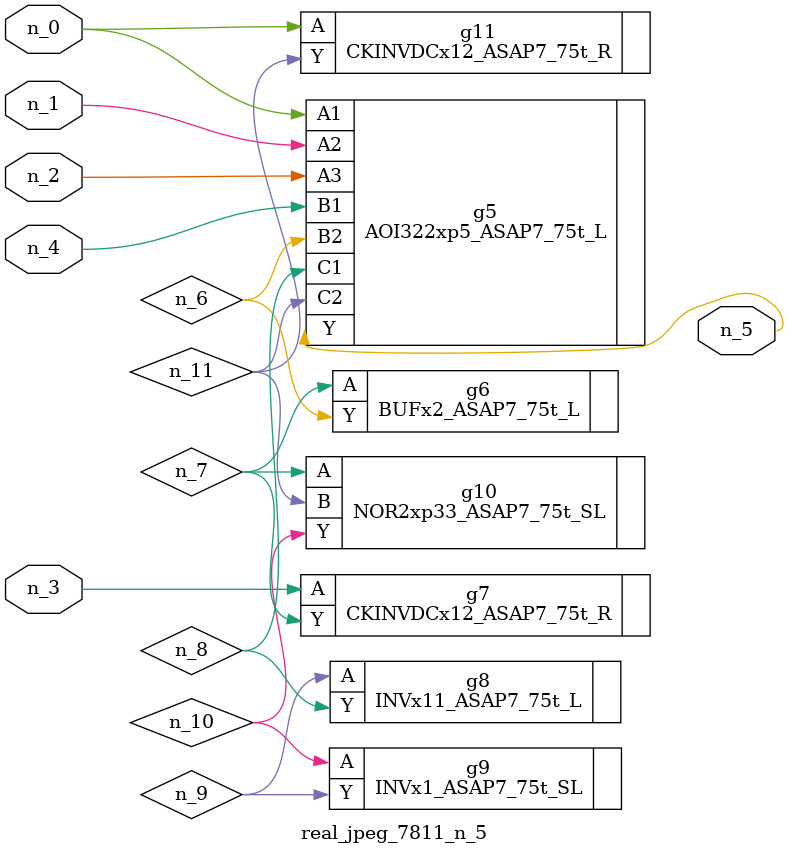
<source format=v>
module real_jpeg_7811_n_5 (n_4, n_0, n_1, n_2, n_3, n_5);

input n_4;
input n_0;
input n_1;
input n_2;
input n_3;

output n_5;

wire n_8;
wire n_11;
wire n_6;
wire n_7;
wire n_10;
wire n_9;

AOI322xp5_ASAP7_75t_L g5 ( 
.A1(n_0),
.A2(n_1),
.A3(n_2),
.B1(n_4),
.B2(n_6),
.C1(n_8),
.C2(n_11),
.Y(n_5)
);

CKINVDCx12_ASAP7_75t_R g11 ( 
.A(n_0),
.Y(n_11)
);

CKINVDCx12_ASAP7_75t_R g7 ( 
.A(n_3),
.Y(n_7)
);

BUFx2_ASAP7_75t_L g6 ( 
.A(n_7),
.Y(n_6)
);

NOR2xp33_ASAP7_75t_SL g10 ( 
.A(n_7),
.B(n_11),
.Y(n_10)
);

INVx11_ASAP7_75t_L g8 ( 
.A(n_9),
.Y(n_8)
);

INVx1_ASAP7_75t_SL g9 ( 
.A(n_10),
.Y(n_9)
);


endmodule
</source>
